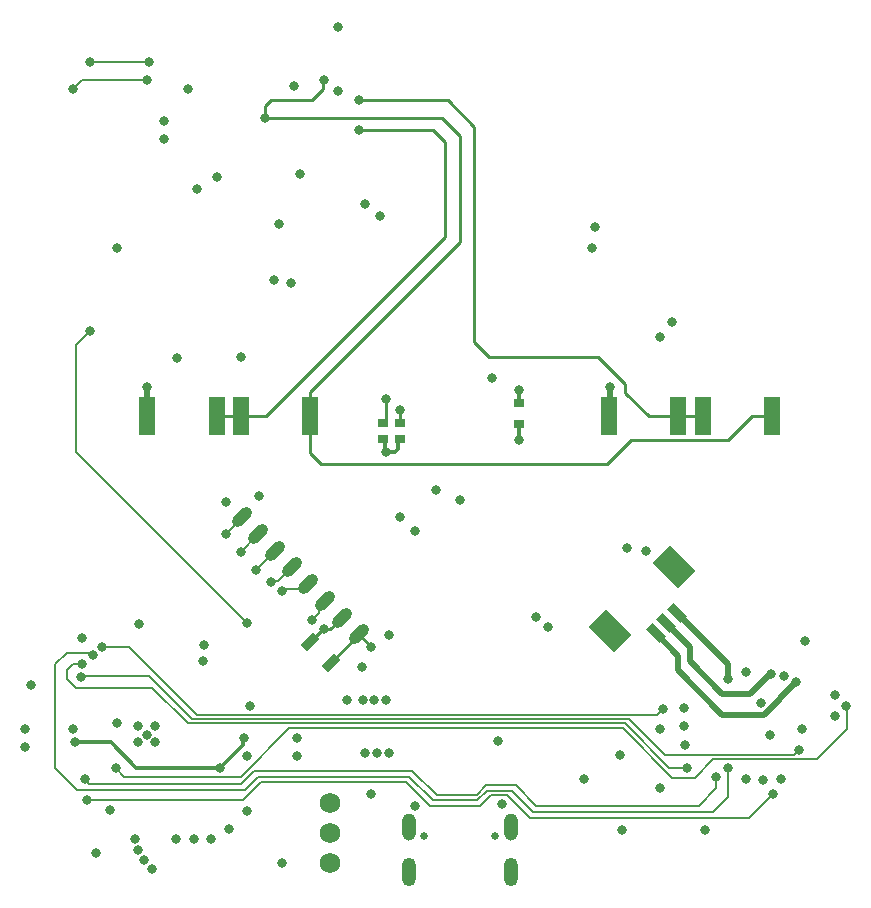
<source format=gbl>
G04*
G04 #@! TF.GenerationSoftware,Altium Limited,Altium Designer,23.2.1 (34)*
G04*
G04 Layer_Physical_Order=4*
G04 Layer_Color=16711680*
%FSLAX25Y25*%
%MOIN*%
G70*
G04*
G04 #@! TF.SameCoordinates,70F68BD7-EFF2-48EA-8D55-AD0B0ECCAA1F*
G04*
G04*
G04 #@! TF.FilePolarity,Positive*
G04*
G01*
G75*
%ADD11C,0.01000*%
%ADD17C,0.00600*%
%ADD29R,0.03347X0.03150*%
%ADD32R,0.03740X0.02756*%
%ADD121C,0.01200*%
%ADD126C,0.00800*%
%ADD127C,0.02000*%
%ADD128C,0.02480*%
%ADD129O,0.04724X0.09449*%
%ADD130O,0.04559X0.09118*%
%ADD131C,0.06890*%
%ADD132C,0.03150*%
G04:AMPARAMS|DCode=133|XSize=39.37mil|YSize=78.74mil|CornerRadius=0mil|HoleSize=0mil|Usage=FLASHONLY|Rotation=135.000|XOffset=0mil|YOffset=0mil|HoleType=Round|Shape=Round|*
%AMOVALD133*
21,1,0.03937,0.03937,0.00000,0.00000,225.0*
1,1,0.03937,0.01392,0.01392*
1,1,0.03937,-0.01392,-0.01392*
%
%ADD133OVALD133*%

G04:AMPARAMS|DCode=134|XSize=57.09mil|YSize=29.53mil|CornerRadius=0mil|HoleSize=0mil|Usage=FLASHONLY|Rotation=45.000|XOffset=0mil|YOffset=0mil|HoleType=Round|Shape=Rectangle|*
%AMROTATEDRECTD134*
4,1,4,-0.00974,-0.03062,-0.03062,-0.00974,0.00974,0.03062,0.03062,0.00974,-0.00974,-0.03062,0.0*
%
%ADD134ROTATEDRECTD134*%

%ADD135R,0.05315X0.12992*%
G04:AMPARAMS|DCode=136|XSize=31.5mil|YSize=62.99mil|CornerRadius=0mil|HoleSize=0mil|Usage=FLASHONLY|Rotation=225.000|XOffset=0mil|YOffset=0mil|HoleType=Round|Shape=Rectangle|*
%AMROTATEDRECTD136*
4,1,4,-0.01114,0.03341,0.03341,-0.01114,0.01114,-0.03341,-0.03341,0.01114,-0.01114,0.03341,0.0*
%
%ADD136ROTATEDRECTD136*%

G04:AMPARAMS|DCode=137|XSize=82.68mil|YSize=118.11mil|CornerRadius=0mil|HoleSize=0mil|Usage=FLASHONLY|Rotation=225.000|XOffset=0mil|YOffset=0mil|HoleType=Round|Shape=Rectangle|*
%AMROTATEDRECTD137*
4,1,4,-0.01253,0.07099,0.07099,-0.01253,0.01253,-0.07099,-0.07099,0.01253,-0.01253,0.07099,0.0*
%
%ADD137ROTATEDRECTD137*%

D11*
X-25591Y-2362D02*
X-24606Y-1378D01*
Y5906D01*
X-19685Y-2362D02*
Y1969D01*
X-29528Y-76772D02*
X-29528D01*
X-33662Y-72637D02*
X-29528Y-76772D01*
X-33662Y-72939D02*
Y-72637D01*
X-42710Y-82290D02*
Y-81987D01*
X-33662Y-72939D01*
X-49213Y105315D02*
X-45398Y109130D01*
Y112083D02*
X-45276Y112205D01*
X-45398Y109130D02*
Y112083D01*
X-62992Y105315D02*
X-49213D01*
X-64961Y103347D02*
X-62992Y105315D01*
X-64961Y99410D02*
Y103347D01*
X4921Y24606D02*
Y96457D01*
X9843Y19685D02*
X46260D01*
X4921Y24606D02*
X9843Y19685D01*
X46260D02*
X55118Y10827D01*
Y7874D02*
Y10827D01*
X-64562Y0D02*
X-4921Y59641D01*
X-8858Y95472D02*
X-4921Y91535D01*
Y59641D02*
Y91535D01*
X-5906Y99410D02*
X0Y93504D01*
X-49902Y8169D02*
X0Y58071D01*
Y93504D01*
X-3937Y105315D02*
X4921Y96457D01*
X-33465Y95472D02*
X-8858D01*
X-64961Y99410D02*
X-5906D01*
X-33465Y105315D02*
X-3937D01*
X-49902Y0D02*
Y8169D01*
X-72933Y0D02*
X-64562D01*
X-49902Y-12106D02*
X-46260Y-15748D01*
X-49902Y-12106D02*
Y0D01*
X-46260Y-15748D02*
X49213D01*
X57087Y-7874D01*
X89567D01*
X97441Y0D01*
X104035D01*
X-45276Y-70866D02*
X-43027D01*
X-39230Y-67069D02*
X-39230D01*
X-43027Y-70866D02*
X-39230Y-67069D01*
X-49809Y-75191D02*
X-49705D01*
X-45380Y-70866D01*
X-45276D01*
X-81004Y0D02*
X-72933D01*
X72933D02*
X81004D01*
X55118Y7874D02*
X62992Y0D01*
X72933D01*
D17*
X-46828Y-63532D02*
X-44798Y-61501D01*
X-46828Y-65529D02*
Y-63532D01*
X-49213Y-67913D02*
X-46828Y-65529D01*
X-59055Y-58071D02*
X-58682Y-57698D01*
X-52130D02*
X-50366Y-55933D01*
X-58682Y-57698D02*
X-52130D01*
X-62824Y-54950D02*
X-60517D01*
X-55933Y-50366D01*
X-62992Y-55118D02*
X-62824Y-54950D01*
X-67913Y-51181D02*
X-67899D01*
X-61516Y-44798D02*
X-61501D01*
X-67899Y-51181D02*
X-61516Y-44798D01*
X-72835Y-45136D02*
X-67069Y-39370D01*
X-72835Y-45276D02*
Y-45136D01*
X-67069Y-39370D02*
Y-39230D01*
X-77756Y-39076D02*
X-72637Y-33957D01*
Y-33662D01*
X-77756Y-39370D02*
Y-39076D01*
D29*
X-25591Y-2362D02*
D03*
Y-7480D02*
D03*
X-19685Y-2362D02*
D03*
Y-7480D02*
D03*
D32*
X19685Y4429D02*
D03*
Y-2461D02*
D03*
D121*
Y-7874D02*
Y-2461D01*
X-20416Y-8212D02*
X-19685Y-7480D01*
X-20416Y-10855D02*
Y-8212D01*
X-24606Y-11811D02*
X-21372D01*
X-20416Y-10855D01*
X-24979Y-11438D02*
Y-8091D01*
Y-11438D02*
X-24606Y-11811D01*
X-25591Y-7480D02*
X-24979Y-8091D01*
X19685Y5207D02*
X19685Y4429D01*
X19685Y5207D02*
Y8858D01*
X-107677Y-117126D02*
X-79747D01*
X-79724Y-117104D01*
Y-117126D02*
X-72223Y-109625D01*
Y-107657D02*
X-71850Y-107283D01*
X-72223Y-109625D02*
Y-107657D01*
X-116142Y-108661D02*
X-107677Y-117126D01*
X-128103Y-108661D02*
X-116142D01*
D126*
X-127953Y-11811D02*
X-70866Y-68898D01*
X-127953Y-11811D02*
Y23622D01*
X-123031Y28543D01*
X-125000Y-121063D02*
X-124734D01*
X-123357Y-122441D01*
X-104246Y118110D02*
X-103796Y118560D01*
X-123031Y118110D02*
X-104246D01*
X-128937Y109252D02*
X-125984Y112205D01*
X-104331D01*
X-103796Y118560D02*
X-103347Y118110D01*
X-56693Y-103937D02*
X54331D01*
X-72835Y-120079D02*
X-56693Y-103937D01*
X54331D02*
X70866Y-120472D01*
X9011Y-124859D02*
X17576D01*
X6890Y-129921D02*
X10652Y-126159D01*
X17576Y-124859D02*
X24606Y-131890D01*
X10652Y-126159D02*
X15923D01*
X5917Y-127953D02*
X9011Y-124859D01*
X15923Y-126159D02*
X23622Y-133858D01*
X-125984Y-86614D02*
X-103347D01*
X-126181Y-86811D02*
X-125984Y-86614D01*
X-122683Y-79724D02*
X-122047D01*
X-123667Y-78740D02*
X-122683Y-79724D01*
X-130905Y-78740D02*
X-123667D01*
X-134843Y-82677D02*
X-130905Y-78740D01*
X-71653Y-124409D02*
X-67323Y-120079D01*
X-134843Y-117126D02*
X-127559Y-124409D01*
X-71653D01*
X-111811Y-120079D02*
X-72835D01*
X-114567Y-117323D02*
X-111811Y-120079D01*
X-87576Y-99432D02*
X65923D01*
X-110236Y-76772D02*
X-87576Y-99432D01*
X65923D02*
X67913Y-97441D01*
X78347Y-120472D02*
X84652Y-114167D01*
X119269Y-114195D02*
X129134Y-104331D01*
X101975Y-114195D02*
X119269D01*
X101946Y-114167D02*
X101975Y-114195D01*
X84652Y-114167D02*
X101946D01*
X70866Y-120472D02*
X78347D01*
X-72835Y-122441D02*
X-68504Y-118110D01*
X-123357Y-122441D02*
X-72835D01*
X-72047Y-127953D02*
X-66142Y-122047D01*
X-124016Y-127953D02*
X-72047D01*
X55118Y-102362D02*
X69882Y-117126D01*
X75787D01*
X-90551Y-102362D02*
X55118D01*
X68504Y-112796D02*
X111546D01*
X113121Y-111221D01*
X56496Y-100787D02*
X68504Y-112796D01*
X113121Y-111221D02*
X113189D01*
X128740Y-96457D02*
X129134Y-96850D01*
Y-104331D02*
Y-96850D01*
X89567Y-126969D02*
Y-117142D01*
X-102362Y-90551D02*
X-90551Y-102362D01*
X-89173Y-100787D02*
X56496D01*
X-103347Y-86614D02*
X-89173Y-100787D01*
X-68504Y-118110D02*
X-15748D01*
X-67323Y-120079D02*
X-16732D01*
X-66142Y-122047D02*
X-17717D01*
X-15748Y-118110D02*
X-7661Y-126197D01*
X-16732Y-120079D02*
X-8858Y-127953D01*
X-17717Y-122047D02*
X-9843Y-129921D01*
X-127953Y-90551D02*
X-102362D01*
X-130905Y-87598D02*
X-127953Y-90551D01*
X-130905Y-84646D02*
X-128937Y-82677D01*
X-130905Y-87598D02*
Y-84646D01*
X-128937Y-82677D02*
X-125984D01*
X-119095Y-76772D02*
X-110236D01*
X79724Y-129921D02*
X85630Y-124016D01*
X18701Y-123031D02*
X25591Y-129921D01*
X79724D01*
X8858Y-123031D02*
X18701D01*
X5693Y-126197D02*
X8858Y-123031D01*
X-7661Y-126197D02*
X5693D01*
X-8858Y-127953D02*
X5917D01*
X-9843Y-129921D02*
X6890D01*
X24606Y-131890D02*
X84646D01*
X89567Y-126969D01*
X23622Y-133858D02*
X96457D01*
X85630Y-124016D02*
Y-120079D01*
X-134843Y-117126D02*
Y-82677D01*
X96457Y-133858D02*
X104331Y-125984D01*
D127*
X-104183Y148D02*
X-104035Y0D01*
X-104183Y148D02*
Y9695D01*
X-104331Y9843D02*
X-104183Y9695D01*
X96939Y-92520D02*
X103632Y-85827D01*
X103937D01*
X87598Y-92520D02*
X96939D01*
X106852Y-93936D02*
X112205Y-88583D01*
X101512Y-99410D02*
X106852Y-94070D01*
X87598Y-99410D02*
X101512D01*
X106852Y-94070D02*
Y-93936D01*
X89567Y-87598D02*
Y-82607D01*
X72378Y-65418D02*
X89567Y-82607D01*
X65418Y-72378D02*
X72835Y-79794D01*
Y-84646D02*
Y-79794D01*
Y-84646D02*
X87598Y-99410D01*
X68898Y-68898D02*
X76772Y-76772D01*
Y-81693D02*
Y-76772D01*
Y-81693D02*
X87598Y-92520D01*
X49902Y0D02*
X50049Y148D01*
Y9695D01*
X50197Y9843D01*
D128*
X11811Y-139764D02*
D03*
X-11811D02*
D03*
D129*
X17008Y-151969D02*
D03*
X-17008D02*
D03*
D130*
X17008Y-136909D02*
D03*
X-17008D02*
D03*
D131*
X-43307Y-148779D02*
D03*
Y-138779D02*
D03*
Y-128779D02*
D03*
D132*
X-123031Y28543D02*
D03*
X-114173Y56102D02*
D03*
X-70866Y-68898D02*
D03*
X19685Y-7874D02*
D03*
X-19685Y1969D02*
D03*
X-24606Y5906D02*
D03*
Y-11811D02*
D03*
X-125000Y-121063D02*
D03*
X-123031Y118110D02*
D03*
X-103347D02*
D03*
X-104331Y112205D02*
D03*
X-128937Y109252D02*
D03*
X12795Y-108268D02*
D03*
X-54134Y-107283D02*
D03*
X-14764Y-38386D02*
D03*
X125197Y-100000D02*
D03*
Y-92913D02*
D03*
X101181Y-121260D02*
D03*
X-94095Y19291D02*
D03*
X-104331Y9843D02*
D03*
X14173Y-129134D02*
D03*
X-128937Y-104331D02*
D03*
X-106693Y-69291D02*
D03*
X-126181Y-86811D02*
D03*
X-79724Y-117104D02*
D03*
X-69882Y-96457D02*
D03*
X67913Y-97441D02*
D03*
X89567Y-117142D02*
D03*
X103937Y-85827D02*
D03*
X95600Y-85154D02*
D03*
X100394Y-95472D02*
D03*
X107306Y-120866D02*
D03*
X74803Y-97375D02*
D03*
X75203Y-109535D02*
D03*
X74803Y-103324D02*
D03*
X-32283Y-94488D02*
D03*
X-28346D02*
D03*
X-24409D02*
D03*
X-27559Y-112205D02*
D03*
X-23622D02*
D03*
X-31496D02*
D03*
X-102362Y-150880D02*
D03*
X-23622Y-72835D02*
D03*
X-77756Y-28543D02*
D03*
X-32480Y-83661D02*
D03*
X-85630Y-81693D02*
D03*
X-70866Y-113189D02*
D03*
X-29528Y-76772D02*
D03*
X-87598Y75787D02*
D03*
X-80709Y79724D02*
D03*
X-59055Y-148819D02*
D03*
X-70866Y-131496D02*
D03*
X-124016Y-127953D02*
D03*
X-116508Y-131272D02*
D03*
X81890Y-137795D02*
D03*
X-54134Y-113189D02*
D03*
X75787Y-117126D02*
D03*
X-114567Y-117323D02*
D03*
X128740Y-96457D02*
D03*
X-19685Y-33465D02*
D03*
X-7874Y-24606D02*
D03*
X0Y-27856D02*
D03*
X-128103Y-108661D02*
D03*
X-71850Y-107283D02*
D03*
X-76772Y-137402D02*
D03*
X-107283Y-108646D02*
D03*
X-114173Y-102362D02*
D03*
X-101378Y-103347D02*
D03*
Y-108646D02*
D03*
X-107283Y-103347D02*
D03*
X-104331Y-106299D02*
D03*
X-122047Y-79724D02*
D03*
X-125984Y-82677D02*
D03*
X-119095Y-76772D02*
D03*
X-29528Y-125984D02*
D03*
X-14764Y-129921D02*
D03*
X85630Y-120079D02*
D03*
X53543Y-112894D02*
D03*
X113189Y-111221D02*
D03*
X104331Y-125984D02*
D03*
X114173Y-104331D02*
D03*
X66929D02*
D03*
X-66929Y-26575D02*
D03*
X-105204Y-147805D02*
D03*
X-107283Y-144685D02*
D03*
X-33465Y95472D02*
D03*
X-64961Y99410D02*
D03*
X-45276Y112205D02*
D03*
X-40354Y129921D02*
D03*
Y108268D02*
D03*
X-59055Y-58071D02*
D03*
X-49213Y-67913D02*
D03*
X-62992Y-55118D02*
D03*
X-77756Y-39370D02*
D03*
X-67913Y-51181D02*
D03*
X-72835Y-45276D02*
D03*
X89567Y-87598D02*
D03*
X10827Y12795D02*
D03*
X19685Y8858D02*
D03*
X-26575Y66929D02*
D03*
X-31496Y70866D02*
D03*
X-56102Y44291D02*
D03*
X-62008Y45276D02*
D03*
X44291Y56102D02*
D03*
X45276Y62992D02*
D03*
X70866Y31496D02*
D03*
X66929Y26575D02*
D03*
X62217Y-44772D02*
D03*
X55987Y-43823D02*
D03*
X29358Y-70214D02*
D03*
X25588Y-66901D02*
D03*
X-72835Y19685D02*
D03*
X-85280Y-76185D02*
D03*
X-60039Y63976D02*
D03*
X-53150Y80709D02*
D03*
X-98425Y98425D02*
D03*
Y92520D02*
D03*
X-90551Y109252D02*
D03*
X41339Y-121063D02*
D03*
X54134Y-137795D02*
D03*
X66929Y-124016D02*
D03*
X-82677Y-140748D02*
D03*
X-88583D02*
D03*
X-94488D02*
D03*
X-108268D02*
D03*
X-144685Y-104331D02*
D03*
Y-110236D02*
D03*
X-121063Y-145669D02*
D03*
X-125984Y-73819D02*
D03*
X-37402Y-94488D02*
D03*
X-142717Y-89567D02*
D03*
X-45276Y-70866D02*
D03*
X112205Y-88583D02*
D03*
X95472Y-121063D02*
D03*
X115157Y-74803D02*
D03*
X108268Y-86614D02*
D03*
X103347Y-106299D02*
D03*
X50197Y9843D02*
D03*
X-33465Y105315D02*
D03*
X-55118Y110236D02*
D03*
D133*
X-33662Y-72637D02*
D03*
X-39230Y-67069D02*
D03*
X-44798Y-61501D02*
D03*
X-50366Y-55933D02*
D03*
X-55933Y-50366D02*
D03*
X-61501Y-44798D02*
D03*
X-67069Y-39230D02*
D03*
X-72637Y-33662D02*
D03*
D134*
X-49809Y-75191D02*
D03*
X-42710Y-82290D02*
D03*
D135*
X72933Y0D02*
D03*
X49902D02*
D03*
X104035D02*
D03*
X81004D02*
D03*
X-81004D02*
D03*
X-104035D02*
D03*
X-49902D02*
D03*
X-72933D02*
D03*
D136*
X72378Y-65418D02*
D03*
X68898Y-68898D02*
D03*
X65418Y-72378D02*
D03*
D137*
X50246Y-71403D02*
D03*
X71403Y-50246D02*
D03*
M02*

</source>
